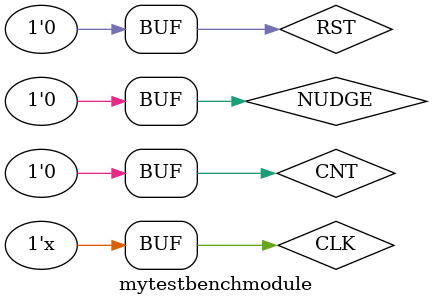
<source format=v>
module mytestbenchmodule();
reg CLK;
initial CLK  <= 0;
always #50  CLK <= ~CLK;
		
reg RST;
initial 
begin
	RST <= 0;
	RST <= #50 1;
	RST <= #500 0;
end	  				 

reg NUDGE;
reg CNT;	
wire [2:0] STATE;
initial 
begin
	NUDGE <= 0;	 
	CNT <= 0;
end


automat #(
	.TICK_LENGTH(1)	// 2 - 1 dwa cykle zegarowe na tick
) aut (
.RST(RST),
.CLK(CLK),
.STATE(STATE)
);		   

stan2LED s2l(
.STATE(STATE),
.CR(),
.CY(),
.CG(),

.PR(),
.PG(),

.BUZZ()
);


endmodule
</source>
